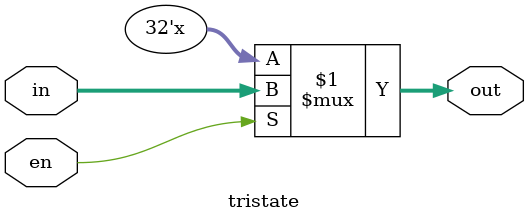
<source format=v>
module tristate(in,en,out);
	input en;
	input [31:0] in;
	output [31:0] out;
	
	assign out = en ? in : 32'bz;
	
endmodule
</source>
